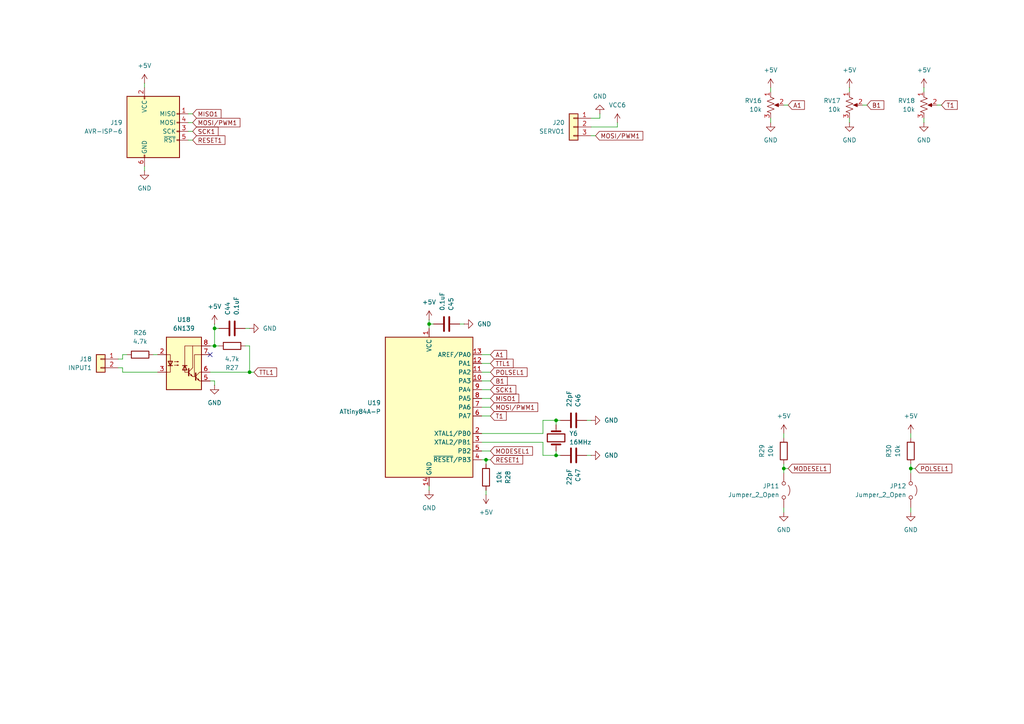
<source format=kicad_sch>
(kicad_sch (version 20250114) (generator "eeschema") (generator_version "9.0")
  (paper "A4")
  (lib_symbols
    (symbol "Connector:AVR-ISP-6" (pin_names (offset 1.016))
      (property "Reference" "J" (at -6.35 11.43 0))
      (property "Value" "AVR-ISP-6" (at 0 11.43 0))
      (symbol "AVR-ISP-6_0_1"
        (rectangle (start -2.667 10.16) (end -2.413 9.398))
        (rectangle (start -2.667 -6.858) (end -2.413 -7.62))
        (rectangle (start 7.62 10.16) (end -7.62 -7.62) (stroke (width 0.254)) (fill (type background)))
        (rectangle (start 7.62 5.207) (end 6.858 4.953))
        (rectangle (start 7.62 2.667) (end 6.858 2.413))
        (rectangle (start 7.62 0.127) (end 6.858 -0.127))
        (rectangle (start 7.62 -2.413) (end 6.858 -2.667))
      )
      (symbol "AVR-ISP-6_1_1"
        (pin passive line (at -2.54 12.7 270) (length 2.54) (name "VCC") (number "2"))
        (pin passive line (at -2.54 -10.16 90) (length 2.54) (name "GND") (number "6"))
        (pin passive line (at 10.16 5.08 180) (length 2.54) (name "MISO") (number "1"))
        (pin passive line (at 10.16 2.54 180) (length 2.54) (name "MOSI") (number "4"))
        (pin passive line (at 10.16 0 180) (length 2.54) (name "SCK") (number "3"))
        (pin passive line (at 10.16 -2.54 180) (length 2.54) (name "~{RST}") (number "5"))
      )
    )
    (symbol "Connector_Generic:Conn_01x02" (pin_names (offset 1.016) (hide yes))
      (property "Reference" "J" (at 0 2.54 0))
      (property "Value" "Conn_01x02" (at 0 -5.08 0))
      (symbol "Conn_01x02_1_1"
        (rectangle (start -1.27 1.27) (end 1.27 -3.81) (stroke (width 0.254)) (fill (type background)))
        (rectangle (start -1.27 0.127) (end 0 -0.127) (stroke (width 0.1524)))
        (rectangle (start -1.27 -2.413) (end 0 -2.667) (stroke (width 0.1524)))
        (pin passive line (at -5.08 0 0) (length 3.81) (name "Pin_1") (number "1"))
        (pin passive line (at -5.08 -2.54 0) (length 3.81) (name "Pin_2") (number "2"))
      )
    )
    (symbol "Connector_Generic:Conn_01x03" (pin_names (offset 1.016) (hide yes))
      (property "Reference" "J" (at 0 5.08 0))
      (property "Value" "Conn_01x03" (at 0 -5.08 0))
      (symbol "Conn_01x03_1_1"
        (rectangle (start -1.27 3.81) (end 1.27 -3.81) (stroke (width 0.254)) (fill (type background)))
        (rectangle (start -1.27 2.667) (end 0 2.413) (stroke (width 0.1524)))
        (rectangle (start -1.27 0.127) (end 0 -0.127) (stroke (width 0.1524)))
        (rectangle (start -1.27 -2.413) (end 0 -2.667) (stroke (width 0.1524)))
        (pin passive line (at -5.08 2.54 0) (length 3.81) (name "Pin_1") (number "1"))
        (pin passive line (at -5.08 0 0) (length 3.81) (name "Pin_2") (number "2"))
        (pin passive line (at -5.08 -2.54 0) (length 3.81) (name "Pin_3") (number "3"))
      )
    )
    (symbol "Device:C" (pin_numbers (hide yes)) (pin_names (offset 0.254))
      (property "Reference" "C" (at 0.635 2.54 0))
      (property "Value" "C" (at 0.635 -2.54 0))
      (symbol "C_0_1"
        (polyline (pts (xy -2.032 0.762) (xy 2.032 0.762)) (stroke (width 0.508)))
        (polyline (pts (xy -2.032 -0.762) (xy 2.032 -0.762)) (stroke (width 0.508)))
      )
      (symbol "C_1_1"
        (pin passive line (at 0 3.81 270) (length 2.794) (name "~") (number "1"))
        (pin passive line (at 0 -3.81 90) (length 2.794) (name "~") (number "2"))
      )
    )
    (symbol "Device:Crystal" (pin_numbers (hide yes)) (pin_names (offset 1.016) (hide yes))
      (property "Reference" "Y" (at 0 3.81 0))
      (property "Value" "Crystal" (at 0 -3.81 0))
      (symbol "Crystal_0_1"
        (polyline (pts (xy -2.54 0) (xy -1.905 0)))
        (polyline (pts (xy -1.905 -1.27) (xy -1.905 1.27)) (stroke (width 0.508)))
        (rectangle (start -1.143 2.54) (end 1.143 -2.54) (stroke (width 0.3048)))
        (polyline (pts (xy 1.905 -1.27) (xy 1.905 1.27)) (stroke (width 0.508)))
        (polyline (pts (xy 2.54 0) (xy 1.905 0)))
      )
      (symbol "Crystal_1_1"
        (pin passive line (at -3.81 0 0) (length 1.27) (name "1") (number "1"))
        (pin passive line (at 3.81 0 180) (length 1.27) (name "2") (number "2"))
      )
    )
    (symbol "Device:R" (pin_numbers (hide yes)) (pin_names (offset 0))
      (property "Reference" "R" (at 2.032 0 90))
      (property "Value" "R" (at 0 0 90))
      (symbol "R_0_1"
        (rectangle (start -1.016 -2.54) (end 1.016 2.54) (stroke (width 0.254)))
      )
      (symbol "R_1_1"
        (pin passive line (at 0 3.81 270) (length 1.27) (name "~") (number "1"))
        (pin passive line (at 0 -3.81 90) (length 1.27) (name "~") (number "2"))
      )
    )
    (symbol "Device:R_Potentiometer_US" (pin_names (offset 1.016) (hide yes))
      (property "Reference" "RV" (at -4.445 0 90))
      (property "Value" "R_Potentiometer_US" (at -2.54 0 90))
      (symbol "R_Potentiometer_US_0_1"
        (polyline (pts (xy 0 2.54) (xy 0 2.286)))
        (polyline (pts (xy 0 2.286) (xy 1.016 1.905) (xy 0 1.524) (xy -1.016 1.143) (xy 0 0.762)))
        (polyline (pts (xy 0 0.762) (xy 1.016 0.381) (xy 0 0) (xy -1.016 -0.381) (xy 0 -0.762)))
        (polyline (pts (xy 0 -0.762) (xy 1.016 -1.143) (xy 0 -1.524) (xy -1.016 -1.905) (xy 0 -2.286)))
        (polyline (pts (xy 0 -2.286) (xy 0 -2.54)))
        (polyline (pts (xy 1.143 0) (xy 2.286 0.508) (xy 2.286 -0.508) (xy 1.143 0)) (fill (type outline)))
        (polyline (pts (xy 2.54 0) (xy 1.524 0)))
      )
      (symbol "R_Potentiometer_US_1_1"
        (pin passive line (at 0 3.81 270) (length 1.27) (name "1") (number "1"))
        (pin passive line (at 0 -3.81 90) (length 1.27) (name "3") (number "3"))
        (pin passive line (at 3.81 0 180) (length 1.27) (name "2") (number "2"))
      )
    )
    (symbol "Isolator:6N139" (pin_names (offset 1.016) (hide yes))
      (property "Reference" "U" (at -4.064 8.89 0))
      (property "Value" "6N139" (at 2.286 8.89 0))
      (symbol "6N139_0_1"
        (rectangle (start -5.08 7.62) (end 5.08 -7.62) (stroke (width 0.254)) (fill (type background)))
        (polyline (pts (xy -5.08 -2.54) (xy -3.937 -2.54) (xy -3.937 2.54) (xy -5.08 2.54)))
        (polyline (pts (xy -4.572 -0.635) (xy -3.302 -0.635)) (stroke (width 0.254)))
        (polyline (pts (xy -3.937 -0.635) (xy -4.572 0.635) (xy -3.302 0.635) (xy -3.937 -0.635)) (stroke (width 0.254)))
        (polyline (pts (xy -2.794 0.508) (xy -1.524 0.508) (xy -1.905 0.381) (xy -1.905 0.635) (xy -1.524 0.508)))
        (polyline (pts (xy -2.794 -0.508) (xy -1.524 -0.508) (xy -1.905 -0.635) (xy -1.905 -0.381) (xy -1.524 -0.508)))
        (polyline (pts (xy 0.254 -0.635) (xy 0.889 -1.905) (xy -0.381 -1.905) (xy 0.254 -0.635)) (stroke (width 0.254)))
        (polyline (pts (xy 0.889 -0.635) (xy -0.381 -0.635)) (stroke (width 0.254)))
        (polyline (pts (xy 1.27 -2.54) (xy 0.254 -2.54) (xy 0.254 5.08) (xy 2.54 5.08)))
        (polyline (pts (xy 1.397 -1.524) (xy 1.397 -3.556)) (stroke (width 0.3556)))
        (polyline (pts (xy 1.397 -2.413) (xy 2.54 -1.27)))
        (polyline (pts (xy 1.397 -2.667) (xy 2.54 -3.81)))
        (polyline (pts (xy 2.413 -3.683) (xy 2.159 -3.175) (xy 1.905 -3.429) (xy 2.413 -3.683)))
        (polyline (pts (xy 2.54 -1.27) (xy 2.54 5.08) (xy 5.08 5.08)))
        (polyline (pts (xy 2.54 -3.81) (xy 3.175 -3.81)))
        (polyline (pts (xy 3.429 -2.794) (xy 3.429 -4.826)) (stroke (width 0.3556)))
        (polyline (pts (xy 3.429 -3.683) (xy 4.572 -2.54)))
        (polyline (pts (xy 3.429 -3.937) (xy 4.572 -5.08)))
        (polyline (pts (xy 4.445 -4.953) (xy 4.191 -4.445) (xy 3.937 -4.699) (xy 4.445 -4.953)))
        (polyline (pts (xy 4.572 -2.54) (xy 5.08 -2.54)))
        (polyline (pts (xy 4.572 -5.08) (xy 5.08 -5.08)))
        (polyline (pts (xy 5.08 2.54) (xy 3.048 2.54) (xy 3.048 -3.81)))
      )
      (symbol "6N139_1_1"
        (pin passive line (at -7.62 2.54 0) (length 2.54) (name "C1") (number "2"))
        (pin passive line (at -7.62 -2.54 0) (length 2.54) (name "C2") (number "3"))
        (pin no_connect line (at -5.08 5.08 0) (length 2.54) (hide yes) (name "NC") (number "1"))
        (pin no_connect line (at -5.08 -5.08 0) (length 2.54) (hide yes) (name "NC") (number "4"))
        (pin passive line (at 7.62 5.08 180) (length 2.54) (name "VCC") (number "8"))
        (pin passive line (at 7.62 2.54 180) (length 2.54) (name "VO1") (number "7"))
        (pin passive line (at 7.62 -2.54 180) (length 2.54) (name "VO2") (number "6"))
        (pin passive line (at 7.62 -5.08 180) (length 2.54) (name "GND") (number "5"))
      )
    )
    (symbol "Jumper:Jumper_2_Open" (pin_numbers (hide yes)) (pin_names (offset 0) (hide yes))
      (property "Reference" "JP" (at 0 2.794 0))
      (property "Value" "Jumper_2_Open" (at 0 -2.286 0))
      (symbol "Jumper_2_Open_0_0"
        (circle (center -2.032 0) (radius 0.508))
        (circle (center 2.032 0) (radius 0.508))
      )
      (symbol "Jumper_2_Open_0_1"
        (arc (start -1.524 1.27) (mid 0 1.778) (end 1.524 1.27))
      )
      (symbol "Jumper_2_Open_1_1"
        (pin passive line (at -5.08 0 0) (length 2.54) (name "A") (number "1"))
        (pin passive line (at 5.08 0 180) (length 2.54) (name "B") (number "2"))
      )
    )
    (symbol "MCU_Microchip_ATtiny:ATtiny84A-P"
      (property "Reference" "U" (at -12.7 21.59 0))
      (property "Value" "ATtiny84A-P" (at 2.54 -21.59 0))
      (symbol "ATtiny84A-P_0_1"
        (rectangle (start -12.7 -20.32) (end 12.7 20.32) (stroke (width 0.254)) (fill (type background)))
      )
      (symbol "ATtiny84A-P_1_1"
        (pin power_in line (at 0 22.86 270) (length 2.54) (name "VCC") (number "1"))
        (pin power_in line (at 0 -22.86 90) (length 2.54) (name "GND") (number "14"))
        (pin bidirectional line (at 15.24 15.24 180) (length 2.54) (name "AREF/PA0") (number "13"))
        (pin bidirectional line (at 15.24 12.7 180) (length 2.54) (name "PA1") (number "12"))
        (pin bidirectional line (at 15.24 10.16 180) (length 2.54) (name "PA2") (number "11"))
        (pin bidirectional line (at 15.24 7.62 180) (length 2.54) (name "PA3") (number "10"))
        (pin bidirectional line (at 15.24 5.08 180) (length 2.54) (name "PA4") (number "9"))
        (pin bidirectional line (at 15.24 2.54 180) (length 2.54) (name "PA5") (number "8"))
        (pin bidirectional line (at 15.24 0 180) (length 2.54) (name "PA6") (number "7"))
        (pin bidirectional line (at 15.24 -2.54 180) (length 2.54) (name "PA7") (number "6"))
        (pin bidirectional line (at 15.24 -7.62 180) (length 2.54) (name "XTAL1/PB0") (number "2"))
        (pin bidirectional line (at 15.24 -10.16 180) (length 2.54) (name "XTAL2/PB1") (number "3"))
        (pin bidirectional line (at 15.24 -12.7 180) (length 2.54) (name "PB2") (number "5"))
        (pin bidirectional line (at 15.24 -15.24 180) (length 2.54) (name "~{RESET}/PB3") (number "4"))
      )
    )
    (symbol "power:+5V" (power) (pin_numbers (hide yes)) (pin_names (offset 0) (hide yes))
      (property "Value" "+5V" (at 0 3.556 0))
      (symbol "+5V_0_1"
        (polyline (pts (xy -0.762 1.27) (xy 0 2.54)))
        (polyline (pts (xy 0 2.54) (xy 0.762 1.27)))
        (polyline (pts (xy 0 0) (xy 0 2.54)))
      )
      (symbol "+5V_1_1"
        (pin power_in line (at 0 0 90) (length 0) (name "~") (number "1"))
      )
    )
    (symbol "power:GND" (power) (pin_numbers (hide yes)) (pin_names (offset 0) (hide yes))
      (property "Value" "GND" (at 0 -3.81 0))
      (symbol "GND_0_1"
        (polyline (pts (xy 0 0) (xy 0 -1.27) (xy 1.27 -1.27) (xy 0 -2.54) (xy -1.27 -1.27) (xy 0 -1.27)))
      )
      (symbol "GND_1_1"
        (pin power_in line (at 0 0 270) (length 0) (name "~") (number "1"))
      )
    )
    (symbol "power:VCC" (power) (pin_numbers (hide yes)) (pin_names (offset 0) (hide yes))
      (property "Value" "VCC" (at 0 3.556 0))
      (symbol "VCC_0_1"
        (polyline (pts (xy -0.762 1.27) (xy 0 2.54)))
        (polyline (pts (xy 0 2.54) (xy 0.762 1.27)))
        (polyline (pts (xy 0 0) (xy 0 2.54)))
      )
      (symbol "VCC_1_1"
        (pin power_in line (at 0 0 90) (length 0) (name "~") (number "1"))
      )
    )
  )
  (junction (at 264.16 135.89))
  (junction (at 140.97 133.35))
  (junction (at 161.29 121.92))
  (junction (at 124.46 93.98))
  (junction (at 62.23 95.25))
  (junction (at 227.33 135.89))
  (junction (at 161.29 132.08))
  (junction (at 72.39 107.95))
  (junction (at 62.23 100.33))
  (no_connect (at 60.96 102.87))
  (wire (pts (xy 62.23 95.25) (xy 62.23 100.33)))
  (wire (pts (xy 62.23 95.25) (xy 63.5 95.25)))
  (wire (pts (xy 72.39 107.95) (xy 73.66 107.95)))
  (wire (pts (xy 140.97 133.35) (xy 142.24 133.35)))
  (wire (pts (xy 62.23 110.49) (xy 62.23 111.76)))
  (wire (pts (xy 139.7 133.35) (xy 140.97 133.35)))
  (wire (pts (xy 60.96 107.95) (xy 72.39 107.95)))
  (wire (pts (xy 227.33 135.89) (xy 227.33 137.16)))
  (wire (pts (xy 140.97 142.24) (xy 140.97 143.51)))
  (wire (pts (xy 139.7 110.49) (xy 142.24 110.49)))
  (wire (pts (xy 170.18 132.08) (xy 171.45 132.08)))
  (wire (pts (xy 35.56 102.87) (xy 36.83 102.87)))
  (wire (pts (xy 35.56 107.95) (xy 35.56 106.68)))
  (wire (pts (xy 62.23 93.98) (xy 62.23 95.25)))
  (wire (pts (xy 171.45 36.83) (xy 179.07 36.83)))
  (wire (pts (xy 246.38 25.4) (xy 246.38 26.67)))
  (wire (pts (xy 179.07 36.83) (xy 179.07 35.56)))
  (wire (pts (xy 267.97 34.29) (xy 267.97 35.56)))
  (wire (pts (xy 41.91 48.26) (xy 41.91 49.53)))
  (wire (pts (xy 139.7 130.81) (xy 142.24 130.81)))
  (wire (pts (xy 157.48 125.73) (xy 157.48 121.92)))
  (wire (pts (xy 71.12 100.33) (xy 72.39 100.33)))
  (wire (pts (xy 54.61 40.64) (xy 55.88 40.64)))
  (wire (pts (xy 171.45 34.29) (xy 173.99 34.29)))
  (wire (pts (xy 44.45 102.87) (xy 45.72 102.87)))
  (wire (pts (xy 140.97 133.35) (xy 140.97 134.62)))
  (wire (pts (xy 41.91 24.13) (xy 41.91 25.4)))
  (wire (pts (xy 264.16 135.89) (xy 265.43 135.89)))
  (wire (pts (xy 250.19 30.48) (xy 251.46 30.48)))
  (wire (pts (xy 227.33 125.73) (xy 227.33 127)))
  (wire (pts (xy 161.29 132.08) (xy 162.56 132.08)))
  (wire (pts (xy 139.7 125.73) (xy 157.48 125.73)))
  (wire (pts (xy 157.48 128.27) (xy 157.48 132.08)))
  (wire (pts (xy 124.46 93.98) (xy 125.73 93.98)))
  (wire (pts (xy 157.48 121.92) (xy 161.29 121.92)))
  (wire (pts (xy 139.7 113.03) (xy 142.24 113.03)))
  (wire (pts (xy 161.29 121.92) (xy 162.56 121.92)))
  (wire (pts (xy 227.33 147.32) (xy 227.33 148.59)))
  (wire (pts (xy 139.7 120.65) (xy 142.24 120.65)))
  (wire (pts (xy 62.23 100.33) (xy 60.96 100.33)))
  (wire (pts (xy 139.7 118.11) (xy 142.24 118.11)))
  (wire (pts (xy 227.33 134.62) (xy 227.33 135.89)))
  (wire (pts (xy 54.61 33.02) (xy 55.88 33.02)))
  (wire (pts (xy 35.56 104.14) (xy 35.56 102.87)))
  (wire (pts (xy 139.7 102.87) (xy 142.24 102.87)))
  (wire (pts (xy 267.97 25.4) (xy 267.97 26.67)))
  (wire (pts (xy 170.18 121.92) (xy 171.45 121.92)))
  (wire (pts (xy 72.39 100.33) (xy 72.39 107.95)))
  (wire (pts (xy 124.46 92.71) (xy 124.46 93.98)))
  (wire (pts (xy 171.45 39.37) (xy 172.72 39.37)))
  (wire (pts (xy 264.16 135.89) (xy 264.16 137.16)))
  (wire (pts (xy 227.33 30.48) (xy 228.6 30.48)))
  (wire (pts (xy 45.72 107.95) (xy 35.56 107.95)))
  (wire (pts (xy 133.35 93.98) (xy 134.62 93.98)))
  (wire (pts (xy 124.46 93.98) (xy 124.46 95.25)))
  (wire (pts (xy 34.29 104.14) (xy 35.56 104.14)))
  (wire (pts (xy 139.7 128.27) (xy 157.48 128.27)))
  (wire (pts (xy 264.16 125.73) (xy 264.16 127)))
  (wire (pts (xy 264.16 134.62) (xy 264.16 135.89)))
  (wire (pts (xy 223.52 34.29) (xy 223.52 35.56)))
  (wire (pts (xy 157.48 132.08) (xy 161.29 132.08)))
  (wire (pts (xy 227.33 135.89) (xy 228.6 135.89)))
  (wire (pts (xy 139.7 105.41) (xy 142.24 105.41)))
  (wire (pts (xy 173.99 34.29) (xy 173.99 33.02)))
  (wire (pts (xy 139.7 107.95) (xy 142.24 107.95)))
  (wire (pts (xy 271.78 30.48) (xy 273.05 30.48)))
  (wire (pts (xy 264.16 147.32) (xy 264.16 148.59)))
  (wire (pts (xy 246.38 34.29) (xy 246.38 35.56)))
  (wire (pts (xy 139.7 115.57) (xy 142.24 115.57)))
  (wire (pts (xy 124.46 140.97) (xy 124.46 142.24)))
  (wire (pts (xy 161.29 130.81) (xy 161.29 132.08)))
  (wire (pts (xy 71.12 95.25) (xy 72.39 95.25)))
  (wire (pts (xy 60.96 110.49) (xy 62.23 110.49)))
  (wire (pts (xy 62.23 100.33) (xy 63.5 100.33)))
  (wire (pts (xy 161.29 121.92) (xy 161.29 123.19)))
  (wire (pts (xy 54.61 38.1) (xy 55.88 38.1)))
  (wire (pts (xy 223.52 25.4) (xy 223.52 26.67)))
  (wire (pts (xy 34.29 106.68) (xy 35.56 106.68)))
  (wire (pts (xy 54.61 35.56) (xy 55.88 35.56)))
  (global_label "TTL1" (shape input) (at 142.24 105.41 0) (property "Intersheetrefs" "${INTERSHEET_REFS}" (effects (hide yes))))
  (global_label "A1" (shape input) (at 142.24 102.87 0) (property "Intersheetrefs" "${INTERSHEET_REFS}" (effects (hide yes))))
  (global_label "MISO1" (shape input) (at 55.88 33.02 0) (property "Intersheetrefs" "${INTERSHEET_REFS}" (effects (hide yes))))
  (global_label "A1" (shape input) (at 228.6 30.48 0) (property "Intersheetrefs" "${INTERSHEET_REFS}" (effects (hide yes))))
  (global_label "MOSI{slash}PWM1" (shape input) (at 172.72 39.37 0) (property "Intersheetrefs" "${INTERSHEET_REFS}" (effects (hide yes))))
  (global_label "POLSEL1" (shape input) (at 142.24 107.95 0) (property "Intersheetrefs" "${INTERSHEET_REFS}" (effects (hide yes))))
  (global_label "MODESEL1" (shape input) (at 142.24 130.81 0) (property "Intersheetrefs" "${INTERSHEET_REFS}" (effects (hide yes))))
  (global_label "T1" (shape input) (at 142.24 120.65 0) (property "Intersheetrefs" "${INTERSHEET_REFS}" (effects (hide yes))))
  (global_label "B1" (shape input) (at 142.24 110.49 0) (property "Intersheetrefs" "${INTERSHEET_REFS}" (effects (hide yes))))
  (global_label "MOSI{slash}PWM1" (shape input) (at 142.24 118.11 0) (property "Intersheetrefs" "${INTERSHEET_REFS}" (effects (hide yes))))
  (global_label "MISO1" (shape input) (at 142.24 115.57 0) (property "Intersheetrefs" "${INTERSHEET_REFS}" (effects (hide yes))))
  (global_label "RESET1" (shape input) (at 55.88 40.64 0) (property "Intersheetrefs" "${INTERSHEET_REFS}" (effects (hide yes))))
  (global_label "SCK1" (shape input) (at 55.88 38.1 0) (property "Intersheetrefs" "${INTERSHEET_REFS}" (effects (hide yes))))
  (global_label "B1" (shape input) (at 251.46 30.48 0) (property "Intersheetrefs" "${INTERSHEET_REFS}" (effects (hide yes))))
  (global_label "POLSEL1" (shape input) (at 265.43 135.89 0) (property "Intersheetrefs" "${INTERSHEET_REFS}" (effects (hide yes))))
  (global_label "TTL1" (shape input) (at 73.66 107.95 0) (property "Intersheetrefs" "${INTERSHEET_REFS}" (effects (hide yes))))
  (global_label "SCK1" (shape input) (at 142.24 113.03 0) (property "Intersheetrefs" "${INTERSHEET_REFS}" (effects (hide yes))))
  (global_label "MOSI{slash}PWM1" (shape input) (at 55.88 35.56 0) (property "Intersheetrefs" "${INTERSHEET_REFS}" (effects (hide yes))))
  (global_label "RESET1" (shape input) (at 142.24 133.35 0) (property "Intersheetrefs" "${INTERSHEET_REFS}" (effects (hide yes))))
  (global_label "T1" (shape input) (at 273.05 30.48 0) (property "Intersheetrefs" "${INTERSHEET_REFS}" (effects (hide yes))))
  (global_label "MODESEL1" (shape input) (at 228.6 135.89 0) (property "Intersheetrefs" "${INTERSHEET_REFS}" (effects (hide yes))))
  (symbol (lib_id "power:+5V") (at 124.46 92.71 0) (unit 1)
    (property "Reference" "#PWR03" (effects (hide yes)))
    (property "Value" "+5V" (at 124.46 87.63 0))
    (property "Description" "Power symbol creates a global label with name \"+5V\"" (effects (hide yes)))
    (instances (project "Multichannel_Servo_Trigger" (path "" (reference "#PWR0146") (unit 1)) (path "" (reference "#PWR054") (unit 1)) (path "" (reference "#PWR03") (unit 1)) (path "" (reference "#PWR0100") (unit 1)) (path "" (reference "#PWR0123") (unit 1)) (path "" (reference "#PWR077") (unit 1))))
  )
  (symbol (lib_id "Device:R_Potentiometer_US") (at 223.52 30.48 0) (unit 1)
    (property "Reference" "RV1" (at 220.98 29.2099 0) (effects (justify right)))
    (property "Value" "10k" (at 220.98 31.7499 0) (effects (justify right)))
    (property "Description" "Potentiometer, US symbol" (effects (hide yes)))
    (instances (project "Multichannel_Servo_Trigger" (path "" (reference "RV16") (unit 1)) (path "" (reference "RV4") (unit 1)) (path "" (reference "RV1") (unit 1)) (path "" (reference "RV10") (unit 1)) (path "" (reference "RV13") (unit 1)) (path "" (reference "RV7") (unit 1))))
  )
  (symbol (lib_id "power:+5V") (at 227.33 125.73 0) (unit 1)
    (property "Reference" "#PWR025" (effects (hide yes)))
    (property "Value" "+5V" (at 227.33 120.65 0))
    (property "Description" "Power symbol creates a global label with name \"+5V\"" (effects (hide yes)))
    (instances (project "Multichannel_Servo_Trigger" (path "" (reference "#PWR0156") (unit 1)) (path "" (reference "#PWR064") (unit 1)) (path "" (reference "#PWR025") (unit 1)) (path "" (reference "#PWR0110") (unit 1)) (path "" (reference "#PWR0133") (unit 1)) (path "" (reference "#PWR087") (unit 1))))
  )
  (symbol (lib_id "Device:C") (at 166.37 132.08 270) (mirror x) (unit 1)
    (property "Reference" "C10" (at 167.6401 135.89 0) (effects (justify right)))
    (property "Value" "22pF" (at 165.1001 135.89 0) (effects (justify right)))
    (property "Description" "Unpolarized capacitor" (effects (hide yes)))
    (instances (project "Multichannel_Servo_Trigger" (path "" (reference "C47") (unit 1)) (path "" (reference "C30") (unit 1)) (path "" (reference "C10") (unit 1)) (path "" (reference "C39") (unit 1)) (path "" (reference "C43") (unit 1)) (path "" (reference "C35") (unit 1))))
  )
  (symbol (lib_id "power:GND") (at 227.33 148.59 0) (unit 1)
    (property "Reference" "#PWR026" (effects (hide yes)))
    (property "Value" "GND" (at 227.33 153.67 0))
    (property "Description" "Power symbol creates a global label with name \"GND\" , ground" (effects (hide yes)))
    (instances (project "Multichannel_Servo_Trigger" (path "" (reference "#PWR0157") (unit 1)) (path "" (reference "#PWR065") (unit 1)) (path "" (reference "#PWR026") (unit 1)) (path "" (reference "#PWR0111") (unit 1)) (path "" (reference "#PWR0134") (unit 1)) (path "" (reference "#PWR088") (unit 1))))
  )
  (symbol (lib_id "power:GND") (at 72.39 95.25 90) (unit 1)
    (property "Reference" "#PWR033" (effects (hide yes)))
    (property "Value" "GND" (at 76.2 95.2499 90) (effects (justify right)))
    (property "Description" "Power symbol creates a global label with name \"GND\" , ground" (effects (hide yes)))
    (instances (project "Multichannel_Servo_Trigger" (path "" (reference "#PWR0145") (unit 1)) (path "" (reference "#PWR053") (unit 1)) (path "" (reference "#PWR033") (unit 1)) (path "" (reference "#PWR099") (unit 1)) (path "" (reference "#PWR0122") (unit 1)) (path "" (reference "#PWR076") (unit 1))))
  )
  (symbol (lib_id "Device:R_Potentiometer_US") (at 246.38 30.48 0) (unit 1)
    (property "Reference" "RV2" (at 243.84 29.2099 0) (effects (justify right)))
    (property "Value" "10k" (at 243.84 31.7499 0) (effects (justify right)))
    (property "Description" "Potentiometer, US symbol" (effects (hide yes)))
    (instances (project "Multichannel_Servo_Trigger" (path "" (reference "RV17") (unit 1)) (path "" (reference "RV5") (unit 1)) (path "" (reference "RV2") (unit 1)) (path "" (reference "RV11") (unit 1)) (path "" (reference "RV14") (unit 1)) (path "" (reference "RV8") (unit 1))))
  )
  (symbol (lib_id "Connector:AVR-ISP-6") (at 44.45 38.1 0) (unit 1)
    (property "Reference" "J3" (at 35.56 35.5599 0) (effects (justify right)))
    (property "Value" "AVR-ISP-6" (at 35.56 38.0999 0) (effects (justify right)))
    (property "Description" "Atmel 6-pin ISP connector" (effects (hide yes)))
    (instances (project "Multichannel_Servo_Trigger" (path "" (reference "J19") (unit 1)) (path "" (reference "J7") (unit 1)) (path "" (reference "J3") (unit 1)) (path "" (reference "J13") (unit 1)) (path "" (reference "J16") (unit 1)) (path "" (reference "J10") (unit 1))))
  )
  (symbol (lib_id "Jumper:Jumper_2_Open") (at 264.16 142.24 270) (mirror x) (unit 1)
    (property "Reference" "JP2" (at 262.89 140.9699 90) (effects (justify right)))
    (property "Value" "Jumper_2_Open" (at 262.89 143.5099 90) (effects (justify right)))
    (property "Description" "Jumper, 2-pole, open" (effects (hide yes)))
    (instances (project "Multichannel_Servo_Trigger" (path "" (reference "JP12") (unit 1)) (path "" (reference "JP4") (unit 1)) (path "" (reference "JP2") (unit 1)) (path "" (reference "JP8") (unit 1)) (path "" (reference "JP10") (unit 1)) (path "" (reference "JP6") (unit 1))))
  )
  (symbol (lib_id "Device:R") (at 140.97 138.43 0) (mirror x) (unit 1)
    (property "Reference" "R1" (at 147.32 138.43 90))
    (property "Value" "10k" (at 144.78 138.43 90))
    (property "Description" "Resistor" (effects (hide yes)))
    (instances (project "Multichannel_Servo_Trigger" (path "" (reference "R28") (unit 1)) (path "" (reference "R8") (unit 1)) (path "" (reference "R1") (unit 1)) (path "" (reference "R18") (unit 1)) (path "" (reference "R23") (unit 1)) (path "" (reference "R13") (unit 1))))
  )
  (symbol (lib_id "power:GND") (at 264.16 148.59 0) (unit 1)
    (property "Reference" "#PWR028" (effects (hide yes)))
    (property "Value" "GND" (at 264.16 153.67 0))
    (property "Description" "Power symbol creates a global label with name \"GND\" , ground" (effects (hide yes)))
    (instances (project "Multichannel_Servo_Trigger" (path "" (reference "#PWR0161") (unit 1)) (path "" (reference "#PWR069") (unit 1)) (path "" (reference "#PWR028") (unit 1)) (path "" (reference "#PWR0115") (unit 1)) (path "" (reference "#PWR0138") (unit 1)) (path "" (reference "#PWR092") (unit 1))))
  )
  (symbol (lib_id "power:+5V") (at 264.16 125.73 0) (unit 1)
    (property "Reference" "#PWR027" (effects (hide yes)))
    (property "Value" "+5V" (at 264.16 120.65 0))
    (property "Description" "Power symbol creates a global label with name \"+5V\"" (effects (hide yes)))
    (instances (project "Multichannel_Servo_Trigger" (path "" (reference "#PWR0160") (unit 1)) (path "" (reference "#PWR068") (unit 1)) (path "" (reference "#PWR027") (unit 1)) (path "" (reference "#PWR0114") (unit 1)) (path "" (reference "#PWR0137") (unit 1)) (path "" (reference "#PWR091") (unit 1))))
  )
  (symbol (lib_id "Device:R_Potentiometer_US") (at 267.97 30.48 0) (unit 1)
    (property "Reference" "RV3" (at 265.43 29.2099 0) (effects (justify right)))
    (property "Value" "10k" (at 265.43 31.7499 0) (effects (justify right)))
    (property "Description" "Potentiometer, US symbol" (effects (hide yes)))
    (instances (project "Multichannel_Servo_Trigger" (path "" (reference "RV18") (unit 1)) (path "" (reference "RV6") (unit 1)) (path "" (reference "RV3") (unit 1)) (path "" (reference "RV12") (unit 1)) (path "" (reference "RV15") (unit 1)) (path "" (reference "RV9") (unit 1))))
  )
  (symbol (lib_id "power:GND") (at 173.99 33.02 180) (unit 1)
    (property "Reference" "#PWR015" (effects (hide yes)))
    (property "Value" "GND" (at 173.99 27.94 0))
    (property "Description" "Power symbol creates a global label with name \"GND\" , ground" (effects (hide yes)))
    (instances (project "Multichannel_Servo_Trigger" (path "" (reference "#PWR0152") (unit 1)) (path "" (reference "#PWR060") (unit 1)) (path "" (reference "#PWR015") (unit 1)) (path "" (reference "#PWR0106") (unit 1)) (path "" (reference "#PWR0129") (unit 1)) (path "" (reference "#PWR083") (unit 1))))
  )
  (symbol (lib_id "Connector_Generic:Conn_01x03") (at 166.37 36.83 0) (mirror y) (unit 1)
    (property "Reference" "J4" (at 163.83 35.5599 0) (effects (justify left)))
    (property "Value" "SERVO1" (at 163.83 38.0999 0) (effects (justify left)))
    (property "Description" "Generic connector, single row, 01x03, script generated (kicad-library-utils/schlib/autogen/connector/)" (effects (hide yes)))
    (instances (project "Multichannel_Servo_Trigger" (path "" (reference "J20") (unit 1)) (path "" (reference "J8") (unit 1)) (path "" (reference "J4") (unit 1)) (path "" (reference "J14") (unit 1)) (path "" (reference "J17") (unit 1)) (path "" (reference "J11") (unit 1))))
  )
  (symbol (lib_id "Device:R") (at 67.31 100.33 270) (unit 1)
    (property "Reference" "R4" (at 67.31 106.68 90))
    (property "Value" "4.7k" (at 67.31 104.14 90))
    (property "Description" "Resistor" (effects (hide yes)))
    (instances (project "Multichannel_Servo_Trigger" (path "" (reference "R27") (unit 1)) (path "" (reference "R7") (unit 1)) (path "" (reference "R4") (unit 1)) (path "" (reference "R17") (unit 1)) (path "" (reference "R22") (unit 1)) (path "" (reference "R12") (unit 1))))
  )
  (symbol (lib_id "power:VCC") (at 179.07 35.56 0) (unit 1)
    (property "Reference" "#PWR024" (effects (hide yes)))
    (property "Value" "VCC6" (at 179.07 30.48 0))
    (property "Description" "Power symbol creates a global label with name \"VCC\"" (effects (hide yes)))
    (instances (project "Multichannel_Servo_Trigger" (path "" (reference "#PWR0153") (unit 1)) (path "" (reference "#PWR061") (unit 1)) (path "" (reference "#PWR024") (unit 1)) (path "" (reference "#PWR0107") (unit 1)) (path "" (reference "#PWR0130") (unit 1)) (path "" (reference "#PWR084") (unit 1))))
  )
  (symbol (lib_id "power:GND") (at 124.46 142.24 0) (unit 1)
    (property "Reference" "#PWR04" (effects (hide yes)))
    (property "Value" "GND" (at 124.46 147.32 0))
    (property "Description" "Power symbol creates a global label with name \"GND\" , ground" (effects (hide yes)))
    (instances (project "Multichannel_Servo_Trigger" (path "" (reference "#PWR0147") (unit 1)) (path "" (reference "#PWR055") (unit 1)) (path "" (reference "#PWR04") (unit 1)) (path "" (reference "#PWR0101") (unit 1)) (path "" (reference "#PWR0124") (unit 1)) (path "" (reference "#PWR078") (unit 1))))
  )
  (symbol (lib_id "Connector_Generic:Conn_01x02") (at 29.21 104.14 0) (mirror y) (unit 1)
    (property "Reference" "J5" (at 26.67 104.1399 0) (effects (justify left)))
    (property "Value" "INPUT1" (at 26.67 106.6799 0) (effects (justify left)))
    (property "Description" "Generic connector, single row, 01x02, script generated (kicad-library-utils/schlib/autogen/connector/)" (effects (hide yes)))
    (instances (project "Multichannel_Servo_Trigger" (path "" (reference "J18") (unit 1)) (path "" (reference "J6") (unit 1)) (path "" (reference "J5") (unit 1)) (path "" (reference "J12") (unit 1)) (path "" (reference "J15") (unit 1)) (path "" (reference "J9") (unit 1))))
  )
  (symbol (lib_id "MCU_Microchip_ATtiny:ATtiny84A-P") (at 124.46 118.11 0) (unit 1)
    (property "Reference" "U9" (at 110.49 116.8399 0) (effects (justify right)))
    (property "Value" "ATtiny84A-P" (at 110.49 119.3799 0) (effects (justify right)))
    (property "Footprint" "Package_DIP:DIP-14_W7.62mm" (effects (hide yes)))
    (property "Datasheet" "http://ww1.microchip.com/downloads/en/DeviceDoc/doc8183.pdf" (effects (hide yes)))
    (property "Description" "20MHz, 8kB Flash, 512B SRAM, 512B EEPROM, debugWIRE, DIP-14" (effects (hide yes)))
    (instances (project "Multichannel_Servo_Trigger" (path "" (reference "U19") (unit 1)) (path "" (reference "U11") (unit 1)) (path "" (reference "U9") (unit 1)) (path "" (reference "U15") (unit 1)) (path "" (reference "U17") (unit 1)) (path "" (reference "U13") (unit 1))))
  )
  (symbol (lib_id "power:GND") (at 41.91 49.53 0) (unit 1)
    (property "Reference" "#PWR013" (effects (hide yes)))
    (property "Value" "GND" (at 41.91 54.61 0))
    (property "Description" "Power symbol creates a global label with name \"GND\" , ground" (effects (hide yes)))
    (instances (project "Multichannel_Servo_Trigger" (path "" (reference "#PWR0142") (unit 1)) (path "" (reference "#PWR050") (unit 1)) (path "" (reference "#PWR013") (unit 1)) (path "" (reference "#PWR096") (unit 1)) (path "" (reference "#PWR0119") (unit 1)) (path "" (reference "#PWR073") (unit 1))))
  )
  (symbol (lib_id "power:+5V") (at 223.52 25.4 0) (unit 1)
    (property "Reference" "#PWR07" (effects (hide yes)))
    (property "Value" "+5V" (at 223.52 20.32 0))
    (property "Description" "Power symbol creates a global label with name \"+5V\"" (effects (hide yes)))
    (instances (project "Multichannel_Servo_Trigger" (path "" (reference "#PWR0154") (unit 1)) (path "" (reference "#PWR062") (unit 1)) (path "" (reference "#PWR07") (unit 1)) (path "" (reference "#PWR0108") (unit 1)) (path "" (reference "#PWR0131") (unit 1)) (path "" (reference "#PWR085") (unit 1))))
  )
  (symbol (lib_id "power:+5V") (at 267.97 25.4 0) (unit 1)
    (property "Reference" "#PWR011" (effects (hide yes)))
    (property "Value" "+5V" (at 267.97 20.32 0))
    (property "Description" "Power symbol creates a global label with name \"+5V\"" (effects (hide yes)))
    (instances (project "Multichannel_Servo_Trigger" (path "" (reference "#PWR0162") (unit 1)) (path "" (reference "#PWR070") (unit 1)) (path "" (reference "#PWR011") (unit 1)) (path "" (reference "#PWR0116") (unit 1)) (path "" (reference "#PWR0139") (unit 1)) (path "" (reference "#PWR093") (unit 1))))
  )
  (symbol (lib_id "power:GND") (at 246.38 35.56 0) (unit 1)
    (property "Reference" "#PWR010" (effects (hide yes)))
    (property "Value" "GND" (at 246.38 40.64 0))
    (property "Description" "Power symbol creates a global label with name \"GND\" , ground" (effects (hide yes)))
    (instances (project "Multichannel_Servo_Trigger" (path "" (reference "#PWR0159") (unit 1)) (path "" (reference "#PWR067") (unit 1)) (path "" (reference "#PWR010") (unit 1)) (path "" (reference "#PWR0113") (unit 1)) (path "" (reference "#PWR0136") (unit 1)) (path "" (reference "#PWR090") (unit 1))))
  )
  (symbol (lib_id "Device:R") (at 40.64 102.87 270) (mirror x) (unit 1)
    (property "Reference" "R5" (at 40.64 96.52 90))
    (property "Value" "4.7k" (at 40.64 99.06 90))
    (property "Description" "Resistor" (effects (hide yes)))
    (instances (project "Multichannel_Servo_Trigger" (path "" (reference "R26") (unit 1)) (path "" (reference "R6") (unit 1)) (path "" (reference "R5") (unit 1)) (path "" (reference "R16") (unit 1)) (path "" (reference "R21") (unit 1)) (path "" (reference "R11") (unit 1))))
  )
  (symbol (lib_id "power:GND") (at 171.45 132.08 90) (unit 1)
    (property "Reference" "#PWR030" (effects (hide yes)))
    (property "Value" "GND" (at 175.26 132.0799 90) (effects (justify right)))
    (property "Description" "Power symbol creates a global label with name \"GND\" , ground" (effects (hide yes)))
    (instances (project "Multichannel_Servo_Trigger" (path "" (reference "#PWR0151") (unit 1)) (path "" (reference "#PWR059") (unit 1)) (path "" (reference "#PWR030") (unit 1)) (path "" (reference "#PWR0105") (unit 1)) (path "" (reference "#PWR0128") (unit 1)) (path "" (reference "#PWR082") (unit 1))))
  )
  (symbol (lib_id "power:+5V") (at 140.97 143.51 180) (unit 1)
    (property "Reference" "#PWR06" (effects (hide yes)))
    (property "Value" "+5V" (at 140.97 148.59 0))
    (property "Description" "Power symbol creates a global label with name \"+5V\"" (effects (hide yes)))
    (instances (project "Multichannel_Servo_Trigger" (path "" (reference "#PWR0149") (unit 1)) (path "" (reference "#PWR057") (unit 1)) (path "" (reference "#PWR06") (unit 1)) (path "" (reference "#PWR0103") (unit 1)) (path "" (reference "#PWR0126") (unit 1)) (path "" (reference "#PWR080") (unit 1))))
  )
  (symbol (lib_id "Jumper:Jumper_2_Open") (at 227.33 142.24 270) (mirror x) (unit 1)
    (property "Reference" "JP1" (at 226.06 140.9699 90) (effects (justify right)))
    (property "Value" "Jumper_2_Open" (at 226.06 143.5099 90) (effects (justify right)))
    (property "Description" "Jumper, 2-pole, open" (effects (hide yes)))
    (instances (project "Multichannel_Servo_Trigger" (path "" (reference "JP11") (unit 1)) (path "" (reference "JP3") (unit 1)) (path "" (reference "JP1") (unit 1)) (path "" (reference "JP7") (unit 1)) (path "" (reference "JP9") (unit 1)) (path "" (reference "JP5") (unit 1))))
  )
  (symbol (lib_id "Device:C") (at 129.54 93.98 270) (unit 1)
    (property "Reference" "C5" (at 130.8101 90.17 0) (effects (justify right)))
    (property "Value" "0.1uF" (at 128.2701 90.17 0) (effects (justify right)))
    (property "Description" "Unpolarized capacitor" (effects (hide yes)))
    (instances (project "Multichannel_Servo_Trigger" (path "" (reference "C45") (unit 1)) (path "" (reference "C28") (unit 1)) (path "" (reference "C5") (unit 1)) (path "" (reference "C37") (unit 1)) (path "" (reference "C41") (unit 1)) (path "" (reference "C33") (unit 1))))
  )
  (symbol (lib_id "power:+5V") (at 246.38 25.4 0) (unit 1)
    (property "Reference" "#PWR09" (effects (hide yes)))
    (property "Value" "+5V" (at 246.38 20.32 0))
    (property "Description" "Power symbol creates a global label with name \"+5V\"" (effects (hide yes)))
    (instances (project "Multichannel_Servo_Trigger" (path "" (reference "#PWR0158") (unit 1)) (path "" (reference "#PWR066") (unit 1)) (path "" (reference "#PWR09") (unit 1)) (path "" (reference "#PWR0112") (unit 1)) (path "" (reference "#PWR0135") (unit 1)) (path "" (reference "#PWR089") (unit 1))))
  )
  (symbol (lib_id "power:GND") (at 134.62 93.98 90) (unit 1)
    (property "Reference" "#PWR05" (effects (hide yes)))
    (property "Value" "GND" (at 138.43 93.9799 90) (effects (justify right)))
    (property "Description" "Power symbol creates a global label with name \"GND\" , ground" (effects (hide yes)))
    (instances (project "Multichannel_Servo_Trigger" (path "" (reference "#PWR0148") (unit 1)) (path "" (reference "#PWR056") (unit 1)) (path "" (reference "#PWR05") (unit 1)) (path "" (reference "#PWR0102") (unit 1)) (path "" (reference "#PWR0125") (unit 1)) (path "" (reference "#PWR079") (unit 1))))
  )
  (symbol (lib_id "power:GND") (at 223.52 35.56 0) (unit 1)
    (property "Reference" "#PWR08" (effects (hide yes)))
    (property "Value" "GND" (at 223.52 40.64 0))
    (property "Description" "Power symbol creates a global label with name \"GND\" , ground" (effects (hide yes)))
    (instances (project "Multichannel_Servo_Trigger" (path "" (reference "#PWR0155") (unit 1)) (path "" (reference "#PWR063") (unit 1)) (path "" (reference "#PWR08") (unit 1)) (path "" (reference "#PWR0109") (unit 1)) (path "" (reference "#PWR0132") (unit 1)) (path "" (reference "#PWR086") (unit 1))))
  )
  (symbol (lib_id "Device:R") (at 264.16 130.81 180) (unit 1)
    (property "Reference" "R3" (at 257.81 130.81 90))
    (property "Value" "10k" (at 260.35 130.81 90))
    (property "Description" "Resistor" (effects (hide yes)))
    (instances (project "Multichannel_Servo_Trigger" (path "" (reference "R30") (unit 1)) (path "" (reference "R10") (unit 1)) (path "" (reference "R3") (unit 1)) (path "" (reference "R20") (unit 1)) (path "" (reference "R25") (unit 1)) (path "" (reference "R15") (unit 1))))
  )
  (symbol (lib_id "power:GND") (at 62.23 111.76 0) (unit 1)
    (property "Reference" "#PWR032" (effects (hide yes)))
    (property "Value" "GND" (at 62.23 116.84 0))
    (property "Description" "Power symbol creates a global label with name \"GND\" , ground" (effects (hide yes)))
    (instances (project "Multichannel_Servo_Trigger" (path "" (reference "#PWR0144") (unit 1)) (path "" (reference "#PWR052") (unit 1)) (path "" (reference "#PWR032") (unit 1)) (path "" (reference "#PWR098") (unit 1)) (path "" (reference "#PWR0121") (unit 1)) (path "" (reference "#PWR075") (unit 1))))
  )
  (symbol (lib_id "Device:R") (at 227.33 130.81 180) (unit 1)
    (property "Reference" "R2" (at 220.98 130.81 90))
    (property "Value" "10k" (at 223.52 130.81 90))
    (property "Description" "Resistor" (effects (hide yes)))
    (instances (project "Multichannel_Servo_Trigger" (path "" (reference "R29") (unit 1)) (path "" (reference "R9") (unit 1)) (path "" (reference "R2") (unit 1)) (path "" (reference "R19") (unit 1)) (path "" (reference "R24") (unit 1)) (path "" (reference "R14") (unit 1))))
  )
  (symbol (lib_id "power:GND") (at 171.45 121.92 90) (unit 1)
    (property "Reference" "#PWR029" (effects (hide yes)))
    (property "Value" "GND" (at 175.26 121.9199 90) (effects (justify right)))
    (property "Description" "Power symbol creates a global label with name \"GND\" , ground" (effects (hide yes)))
    (instances (project "Multichannel_Servo_Trigger" (path "" (reference "#PWR0150") (unit 1)) (path "" (reference "#PWR058") (unit 1)) (path "" (reference "#PWR029") (unit 1)) (path "" (reference "#PWR0104") (unit 1)) (path "" (reference "#PWR0127") (unit 1)) (path "" (reference "#PWR081") (unit 1))))
  )
  (symbol (lib_id "power:+5V") (at 41.91 24.13 0) (unit 1)
    (property "Reference" "#PWR014" (effects (hide yes)))
    (property "Value" "+5V" (at 41.91 19.05 0))
    (property "Description" "Power symbol creates a global label with name \"+5V\"" (effects (hide yes)))
    (instances (project "Multichannel_Servo_Trigger" (path "" (reference "#PWR0141") (unit 1)) (path "" (reference "#PWR049") (unit 1)) (path "" (reference "#PWR014") (unit 1)) (path "" (reference "#PWR095") (unit 1)) (path "" (reference "#PWR0118") (unit 1)) (path "" (reference "#PWR072") (unit 1))))
  )
  (symbol (lib_id "power:+5V") (at 62.23 93.98 0) (unit 1)
    (property "Reference" "#PWR031" (effects (hide yes)))
    (property "Value" "+5V" (at 62.23 88.9 0))
    (property "Description" "Power symbol creates a global label with name \"+5V\"" (effects (hide yes)))
    (instances (project "Multichannel_Servo_Trigger" (path "" (reference "#PWR0143") (unit 1)) (path "" (reference "#PWR051") (unit 1)) (path "" (reference "#PWR031") (unit 1)) (path "" (reference "#PWR097") (unit 1)) (path "" (reference "#PWR0120") (unit 1)) (path "" (reference "#PWR074") (unit 1))))
  )
  (symbol (lib_id "power:GND") (at 267.97 35.56 0) (unit 1)
    (property "Reference" "#PWR012" (effects (hide yes)))
    (property "Value" "GND" (at 267.97 40.64 0))
    (property "Description" "Power symbol creates a global label with name \"GND\" , ground" (effects (hide yes)))
    (instances (project "Multichannel_Servo_Trigger" (path "" (reference "#PWR0163") (unit 1)) (path "" (reference "#PWR071") (unit 1)) (path "" (reference "#PWR012") (unit 1)) (path "" (reference "#PWR0117") (unit 1)) (path "" (reference "#PWR0140") (unit 1)) (path "" (reference "#PWR094") (unit 1))))
  )
  (symbol (lib_id "Device:C") (at 166.37 121.92 270) (unit 1)
    (property "Reference" "C9" (at 167.6401 118.11 0) (effects (justify right)))
    (property "Value" "22pF" (at 165.1001 118.11 0) (effects (justify right)))
    (property "Description" "Unpolarized capacitor" (effects (hide yes)))
    (instances (project "Multichannel_Servo_Trigger" (path "" (reference "C46") (unit 1)) (path "" (reference "C29") (unit 1)) (path "" (reference "C9") (unit 1)) (path "" (reference "C38") (unit 1)) (path "" (reference "C42") (unit 1)) (path "" (reference "C34") (unit 1))))
  )
  (symbol (lib_id "Device:C") (at 67.31 95.25 90) (mirror x) (unit 1)
    (property "Reference" "C12" (at 66.0399 91.44 0) (effects (justify right)))
    (property "Value" "0.1uF" (at 68.5799 91.44 0) (effects (justify right)))
    (property "Description" "Unpolarized capacitor" (effects (hide yes)))
    (instances (project "Multichannel_Servo_Trigger" (path "" (reference "C44") (unit 1)) (path "" (reference "C27") (unit 1)) (path "" (reference "C12") (unit 1)) (path "" (reference "C36") (unit 1)) (path "" (reference "C40") (unit 1)) (path "" (reference "C32") (unit 1))))
  )
  (symbol (lib_id "Isolator:6N139") (at 53.34 105.41 0) (unit 1)
    (property "Reference" "U8" (at 53.34 92.71 0))
    (property "Value" "6N139" (at 53.34 95.25 0))
    (property "Datasheet" "http://www.onsemi.com/pub/Collateral/HCPL2731-D.pdf" (effects (hide yes)))
    (property "Description" "Low Input Current high Gain Split Darlington Optocouplers, -0.5V to 18V VDD, DIP-8" (effects (hide yes)))
    (instances (project "Multichannel_Servo_Trigger" (path "" (reference "U18") (unit 1)) (path "" (reference "U10") (unit 1)) (path "" (reference "U8") (unit 1)) (path "" (reference "U14") (unit 1)) (path "" (reference "U16") (unit 1)) (path "" (reference "U12") (unit 1))))
  )
  (symbol (lib_id "Device:Crystal") (at 161.29 127 90) (unit 1)
    (property "Reference" "Y1" (at 165.1 125.7299 90) (effects (justify right)))
    (property "Value" "16MHz" (at 165.1 128.2699 90) (effects (justify right)))
    (property "Description" "Two pin crystal" (effects (hide yes)))
    (instances (project "Multichannel_Servo_Trigger" (path "" (reference "Y6") (unit 1)) (path "" (reference "Y2") (unit 1)) (path "" (reference "Y1") (unit 1)) (path "" (reference "Y4") (unit 1)) (path "" (reference "Y5") (unit 1)) (path "" (reference "Y3") (unit 1))))
  )
)
</source>
